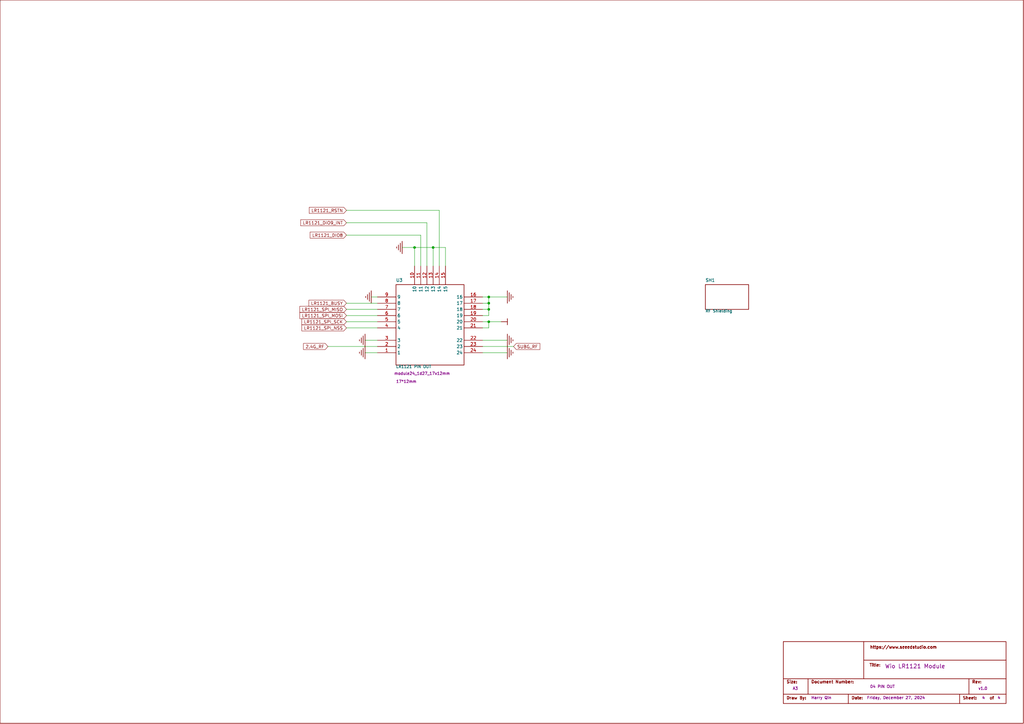
<source format=kicad_sch>
(kicad_sch
	(version 20250114)
	(generator "eeschema")
	(generator_version "9.0")
	(uuid "db2e1e07-bd57-4289-b2e8-b5403ce5968d")
	(paper "User" 420.37 297.18)
	(lib_symbols
		(symbol "ProPrj_Wio-easyedapro:GND_POWER"
			(power)
			(pin_numbers
				(hide yes)
			)
			(pin_names
				(hide yes)
			)
			(exclude_from_sim no)
			(in_bom yes)
			(on_board yes)
			(property "Reference" "#PWR"
				(at 0 0 0)
				(effects
					(font
						(size 1.27 1.27)
					)
					(hide yes)
				)
			)
			(property "Value" "GND_POWER"
				(at 0 0 0)
				(effects
					(font
						(size 1.27 1.27)
					)
					(justify left bottom)
					(hide yes)
				)
			)
			(property "Footprint" "ProPrj_Wio-easyedapro:"
				(at 0 0 0)
				(effects
					(font
						(size 1.27 1.27)
					)
					(hide yes)
				)
			)
			(property "Datasheet" ""
				(at 0 0 0)
				(effects
					(font
						(size 1.27 1.27)
					)
					(hide yes)
				)
			)
			(property "Description" ""
				(at 0 0 0)
				(effects
					(font
						(size 1.27 1.27)
					)
					(hide yes)
				)
			)
			(symbol "GND_POWER_1_0"
				(polyline
					(pts
						(xy -2.54 0) (xy 2.54 0)
					)
					(stroke
						(width 0.254)
						(type default)
					)
					(fill
						(type none)
					)
				)
				(polyline
					(pts
						(xy -1.778 -0.762) (xy 1.778 -0.762)
					)
					(stroke
						(width 0.254)
						(type default)
					)
					(fill
						(type none)
					)
				)
				(polyline
					(pts
						(xy -0.254 -2.286) (xy 0.254 -2.286)
					)
					(stroke
						(width 0.254)
						(type default)
					)
					(fill
						(type none)
					)
				)
				(polyline
					(pts
						(xy 1.016 -1.524) (xy -1.016 -1.524)
					)
					(stroke
						(width 0.254)
						(type default)
					)
					(fill
						(type none)
					)
				)
				(pin power_in line
					(at 0 0 0)
					(length 0)
					(name "GND_POWER"
						(effects
							(font
								(size 1.27 1.27)
							)
						)
					)
					(number "1"
						(effects
							(font
								(size 0 0)
							)
						)
					)
				)
			)
			(embedded_fonts no)
		)
		(symbol "ProPrj_Wio-easyedapro:Module_LORA_LR1121_PIN"
			(exclude_from_sim no)
			(in_bom yes)
			(on_board yes)
			(property "Reference" ""
				(at 0 0 0)
				(effects
					(font
						(size 1.27 1.27)
					)
				)
			)
			(property "Value" "LR1121 PIN OUT"
				(at 0 0 0)
				(effects
					(font
						(size 1.27 1.27)
					)
					(hide yes)
				)
			)
			(property "Footprint" "ProPrj_Wio-easyedapro:MODULE24_1D27_17X12MM"
				(at 0 0 0)
				(effects
					(font
						(size 1.27 1.27)
					)
					(hide yes)
				)
			)
			(property "Datasheet" ""
				(at 0 0 0)
				(effects
					(font
						(size 1.27 1.27)
					)
					(hide yes)
				)
			)
			(property "Description" ""
				(at 0 0 0)
				(effects
					(font
						(size 1.27 1.27)
					)
					(hide yes)
				)
			)
			(symbol "Module_LORA_LR1121_PIN_1_0"
				(rectangle
					(start 0 0)
					(end 27.94 -33.02)
					(stroke
						(width 0.254)
						(type default)
					)
					(fill
						(type none)
					)
				)
				(pin unspecified line
					(at -7.62 -5.08 0)
					(length 7.62)
					(name "9"
						(effects
							(font
								(size 1.27 1.27)
							)
						)
					)
					(number "9"
						(effects
							(font
								(size 1.27 1.27)
							)
						)
					)
				)
				(pin unspecified line
					(at -7.62 -7.62 0)
					(length 7.62)
					(name "8"
						(effects
							(font
								(size 1.27 1.27)
							)
						)
					)
					(number "8"
						(effects
							(font
								(size 1.27 1.27)
							)
						)
					)
				)
				(pin unspecified line
					(at -7.62 -10.16 0)
					(length 7.62)
					(name "7"
						(effects
							(font
								(size 1.27 1.27)
							)
						)
					)
					(number "7"
						(effects
							(font
								(size 1.27 1.27)
							)
						)
					)
				)
				(pin unspecified line
					(at -7.62 -12.7 0)
					(length 7.62)
					(name "6"
						(effects
							(font
								(size 1.27 1.27)
							)
						)
					)
					(number "6"
						(effects
							(font
								(size 1.27 1.27)
							)
						)
					)
				)
				(pin unspecified line
					(at -7.62 -15.24 0)
					(length 7.62)
					(name "5"
						(effects
							(font
								(size 1.27 1.27)
							)
						)
					)
					(number "5"
						(effects
							(font
								(size 1.27 1.27)
							)
						)
					)
				)
				(pin unspecified line
					(at -7.62 -17.78 0)
					(length 7.62)
					(name "4"
						(effects
							(font
								(size 1.27 1.27)
							)
						)
					)
					(number "4"
						(effects
							(font
								(size 1.27 1.27)
							)
						)
					)
				)
				(pin unspecified line
					(at -7.62 -22.86 0)
					(length 7.62)
					(name "3"
						(effects
							(font
								(size 1.27 1.27)
							)
						)
					)
					(number "3"
						(effects
							(font
								(size 1.27 1.27)
							)
						)
					)
				)
				(pin unspecified line
					(at -7.62 -25.4 0)
					(length 7.62)
					(name "2"
						(effects
							(font
								(size 1.27 1.27)
							)
						)
					)
					(number "2"
						(effects
							(font
								(size 1.27 1.27)
							)
						)
					)
				)
				(pin unspecified line
					(at -7.62 -27.94 0)
					(length 7.62)
					(name "1"
						(effects
							(font
								(size 1.27 1.27)
							)
						)
					)
					(number "1"
						(effects
							(font
								(size 1.27 1.27)
							)
						)
					)
				)
				(pin unspecified line
					(at 7.62 7.62 270)
					(length 7.62)
					(name "10"
						(effects
							(font
								(size 1.27 1.27)
							)
						)
					)
					(number "10"
						(effects
							(font
								(size 1.27 1.27)
							)
						)
					)
				)
				(pin unspecified line
					(at 10.16 7.62 270)
					(length 7.62)
					(name "11"
						(effects
							(font
								(size 1.27 1.27)
							)
						)
					)
					(number "11"
						(effects
							(font
								(size 1.27 1.27)
							)
						)
					)
				)
				(pin unspecified line
					(at 12.7 7.62 270)
					(length 7.62)
					(name "12"
						(effects
							(font
								(size 1.27 1.27)
							)
						)
					)
					(number "12"
						(effects
							(font
								(size 1.27 1.27)
							)
						)
					)
				)
				(pin unspecified line
					(at 15.24 7.62 270)
					(length 7.62)
					(name "13"
						(effects
							(font
								(size 1.27 1.27)
							)
						)
					)
					(number "13"
						(effects
							(font
								(size 1.27 1.27)
							)
						)
					)
				)
				(pin unspecified line
					(at 17.78 7.62 270)
					(length 7.62)
					(name "14"
						(effects
							(font
								(size 1.27 1.27)
							)
						)
					)
					(number "14"
						(effects
							(font
								(size 1.27 1.27)
							)
						)
					)
				)
				(pin unspecified line
					(at 20.32 7.62 270)
					(length 7.62)
					(name "15"
						(effects
							(font
								(size 1.27 1.27)
							)
						)
					)
					(number "15"
						(effects
							(font
								(size 1.27 1.27)
							)
						)
					)
				)
				(pin unspecified line
					(at 35.56 -5.08 180)
					(length 7.62)
					(name "16"
						(effects
							(font
								(size 1.27 1.27)
							)
						)
					)
					(number "16"
						(effects
							(font
								(size 1.27 1.27)
							)
						)
					)
				)
				(pin unspecified line
					(at 35.56 -7.62 180)
					(length 7.62)
					(name "17"
						(effects
							(font
								(size 1.27 1.27)
							)
						)
					)
					(number "17"
						(effects
							(font
								(size 1.27 1.27)
							)
						)
					)
				)
				(pin unspecified line
					(at 35.56 -10.16 180)
					(length 7.62)
					(name "18"
						(effects
							(font
								(size 1.27 1.27)
							)
						)
					)
					(number "18"
						(effects
							(font
								(size 1.27 1.27)
							)
						)
					)
				)
				(pin unspecified line
					(at 35.56 -12.7 180)
					(length 7.62)
					(name "19"
						(effects
							(font
								(size 1.27 1.27)
							)
						)
					)
					(number "19"
						(effects
							(font
								(size 1.27 1.27)
							)
						)
					)
				)
				(pin unspecified line
					(at 35.56 -15.24 180)
					(length 7.62)
					(name "20"
						(effects
							(font
								(size 1.27 1.27)
							)
						)
					)
					(number "20"
						(effects
							(font
								(size 1.27 1.27)
							)
						)
					)
				)
				(pin unspecified line
					(at 35.56 -17.78 180)
					(length 7.62)
					(name "21"
						(effects
							(font
								(size 1.27 1.27)
							)
						)
					)
					(number "21"
						(effects
							(font
								(size 1.27 1.27)
							)
						)
					)
				)
				(pin unspecified line
					(at 35.56 -22.86 180)
					(length 7.62)
					(name "22"
						(effects
							(font
								(size 1.27 1.27)
							)
						)
					)
					(number "22"
						(effects
							(font
								(size 1.27 1.27)
							)
						)
					)
				)
				(pin unspecified line
					(at 35.56 -25.4 180)
					(length 7.62)
					(name "23"
						(effects
							(font
								(size 1.27 1.27)
							)
						)
					)
					(number "23"
						(effects
							(font
								(size 1.27 1.27)
							)
						)
					)
				)
				(pin unspecified line
					(at 35.56 -27.94 180)
					(length 7.62)
					(name "24"
						(effects
							(font
								(size 1.27 1.27)
							)
						)
					)
					(number "24"
						(effects
							(font
								(size 1.27 1.27)
							)
						)
					)
				)
			)
			(embedded_fonts no)
		)
		(symbol "ProPrj_Wio-easyedapro:PCB"
			(exclude_from_sim no)
			(in_bom yes)
			(on_board yes)
			(property "Reference" ""
				(at 0 0 0)
				(effects
					(font
						(size 1.27 1.27)
					)
				)
			)
			(property "Value" "RF Shielding"
				(at 0 0 0)
				(effects
					(font
						(size 1.27 1.27)
					)
					(hide yes)
				)
			)
			(property "Footprint" "ProPrj_Wio-easyedapro:"
				(at 0 0 0)
				(effects
					(font
						(size 1.27 1.27)
					)
					(hide yes)
				)
			)
			(property "Datasheet" ""
				(at 0 0 0)
				(effects
					(font
						(size 1.27 1.27)
					)
					(hide yes)
				)
			)
			(property "Description" ""
				(at 0 0 0)
				(effects
					(font
						(size 1.27 1.27)
					)
					(hide yes)
				)
			)
			(symbol "PCB_1_0"
				(rectangle
					(start 0 0)
					(end 17.78 -10.16)
					(stroke
						(width 0.254)
						(type default)
					)
					(fill
						(type none)
					)
				)
			)
			(embedded_fonts no)
		)
		(symbol "ProPrj_Wio-easyedapro:VDD_RF"
			(power)
			(pin_numbers
				(hide yes)
			)
			(pin_names
				(hide yes)
			)
			(exclude_from_sim no)
			(in_bom yes)
			(on_board yes)
			(property "Reference" "#PWR"
				(at 0 0 0)
				(effects
					(font
						(size 1.27 1.27)
					)
					(hide yes)
				)
			)
			(property "Value" "VDD_RF"
				(at 0 0 0)
				(effects
					(font
						(size 1.27 1.27)
					)
					(justify left bottom)
					(hide yes)
				)
			)
			(property "Footprint" "ProPrj_Wio-easyedapro:"
				(at 0 0 0)
				(effects
					(font
						(size 1.27 1.27)
					)
					(hide yes)
				)
			)
			(property "Datasheet" ""
				(at 0 0 0)
				(effects
					(font
						(size 1.27 1.27)
					)
					(hide yes)
				)
			)
			(property "Description" ""
				(at 0 0 0)
				(effects
					(font
						(size 1.27 1.27)
					)
					(hide yes)
				)
			)
			(symbol "VDD_RF_1_0"
				(polyline
					(pts
						(xy -1.27 2.54) (xy 1.27 2.54)
					)
					(stroke
						(width 0.254)
						(type default)
					)
					(fill
						(type none)
					)
				)
				(polyline
					(pts
						(xy 0 2.54) (xy 0 0)
					)
					(stroke
						(width 0.254)
						(type default)
					)
					(fill
						(type none)
					)
				)
				(pin power_in line
					(at 0 0 0)
					(length 0)
					(name "VDD_RF"
						(effects
							(font
								(size 1.27 1.27)
							)
						)
					)
					(number "1"
						(effects
							(font
								(size 0 0)
							)
						)
					)
				)
			)
			(embedded_fonts no)
		)
		(symbol "ProPrj_Wio-easyedapro:pageTemplate_A3_1654x1169"
			(exclude_from_sim no)
			(in_bom yes)
			(on_board yes)
			(property "Reference" ""
				(at 0 0 0)
				(effects
					(font
						(size 1.27 1.27)
					)
				)
			)
			(property "Value" ""
				(at 0 0 0)
				(effects
					(font
						(size 1.27 1.27)
					)
				)
			)
			(property "Footprint" "ProPrj_Wio-easyedapro:"
				(at 0 0 0)
				(effects
					(font
						(size 1.27 1.27)
					)
					(hide yes)
				)
			)
			(property "Datasheet" ""
				(at 0 0 0)
				(effects
					(font
						(size 1.27 1.27)
					)
					(hide yes)
				)
			)
			(property "Description" ""
				(at 0 0 0)
				(effects
					(font
						(size 1.27 1.27)
					)
					(hide yes)
				)
			)
			(symbol "pageTemplate_A3_1654x1169_1_0"
				(rectangle
					(start 0 0)
					(end 420.116 -296.926)
					(stroke
						(width 0.254)
						(type default)
					)
					(fill
						(type none)
					)
				)
				(rectangle
					(start 321.564 -263.398)
					(end 413.004 -288.798)
					(stroke
						(width 0.254)
						(type default)
					)
					(fill
						(type none)
					)
				)
				(polyline
					(pts
						(xy 321.564 -278.638) (xy 413.004 -278.638)
					)
					(stroke
						(width 0.254)
						(type default)
					)
					(fill
						(type none)
					)
				)
				(polyline
					(pts
						(xy 331.724 -278.638) (xy 331.724 -284.988)
					)
					(stroke
						(width 0.254)
						(type default)
					)
					(fill
						(type none)
					)
				)
				(polyline
					(pts
						(xy 348.234 -284.988) (xy 348.234 -288.798)
					)
					(stroke
						(width 0.254)
						(type default)
					)
					(fill
						(type none)
					)
				)
				(polyline
					(pts
						(xy 354.584 -271.018) (xy 413.004 -271.018)
					)
					(stroke
						(width 0.254)
						(type default)
					)
					(fill
						(type none)
					)
				)
				(polyline
					(pts
						(xy 354.584 -278.638) (xy 354.584 -263.398)
					)
					(stroke
						(width 0.254)
						(type default)
					)
					(fill
						(type none)
					)
				)
				(polyline
					(pts
						(xy 393.954 -284.988) (xy 393.954 -288.798)
					)
					(stroke
						(width 0.254)
						(type default)
					)
					(fill
						(type none)
					)
				)
				(polyline
					(pts
						(xy 397.764 -278.638) (xy 397.764 -284.988)
					)
					(stroke
						(width 0.254)
						(type default)
					)
					(fill
						(type none)
					)
				)
				(polyline
					(pts
						(xy 413.004 -284.988) (xy 321.564 -284.988)
					)
					(stroke
						(width 0.254)
						(type default)
					)
					(fill
						(type none)
					)
				)
				(text "Size:"
					(at 322.834 -279.146 0)
					(effects
						(font
							(size 1.2192 1.2192)
						)
						(justify left top)
					)
				)
				(text "Size:"
					(at 322.834 -279.146 0)
					(effects
						(font
							(size 1.2192 1.2192)
						)
						(justify left top)
					)
				)
				(text "Size:"
					(at 322.834 -279.146 0)
					(effects
						(font
							(size 1.2192 1.2192)
						)
						(justify left top)
					)
				)
				(text "Size:"
					(at 322.834 -279.146 0)
					(effects
						(font
							(size 1.2192 1.2192)
						)
						(justify left top)
					)
				)
				(text "Draw By:"
					(at 322.834 -285.75 0)
					(effects
						(font
							(size 1.2192 1.2192)
						)
						(justify left top)
					)
				)
				(text "Draw By:"
					(at 322.834 -285.75 0)
					(effects
						(font
							(size 1.2192 1.2192)
						)
						(justify left top)
					)
				)
				(text "Draw By:"
					(at 322.834 -285.75 0)
					(effects
						(font
							(size 1.2192 1.2192)
						)
						(justify left top)
					)
				)
				(text "Draw By:"
					(at 322.834 -285.75 0)
					(effects
						(font
							(size 1.2192 1.2192)
						)
						(justify left top)
					)
				)
				(text "Document Number:"
					(at 332.994 -279.146 0)
					(effects
						(font
							(size 1.2192 1.2192)
						)
						(justify left top)
					)
				)
				(text "Document Number:"
					(at 332.994 -279.146 0)
					(effects
						(font
							(size 1.2192 1.2192)
						)
						(justify left top)
					)
				)
				(text "Document Number:"
					(at 332.994 -279.146 0)
					(effects
						(font
							(size 1.2192 1.2192)
						)
						(justify left top)
					)
				)
				(text "Document Number:"
					(at 332.994 -279.146 0)
					(effects
						(font
							(size 1.2192 1.2192)
						)
						(justify left top)
					)
				)
				(text "Date:"
					(at 349.504 -285.75 0)
					(effects
						(font
							(size 1.2192 1.2192)
						)
						(justify left top)
					)
				)
				(text "Date:"
					(at 349.504 -285.75 0)
					(effects
						(font
							(size 1.2192 1.2192)
						)
						(justify left top)
					)
				)
				(text "Date:"
					(at 349.504 -285.75 0)
					(effects
						(font
							(size 1.2192 1.2192)
						)
						(justify left top)
					)
				)
				(text "Date:"
					(at 349.504 -285.75 0)
					(effects
						(font
							(size 1.2192 1.2192)
						)
						(justify left top)
					)
				)
				(text "Title:"
					(at 356.87 -272.288 0)
					(effects
						(font
							(size 1.2192 1.2192)
						)
						(justify left top)
					)
				)
				(text "Title:"
					(at 356.87 -272.288 0)
					(effects
						(font
							(size 1.2192 1.2192)
						)
						(justify left top)
					)
				)
				(text "Title:"
					(at 356.87 -272.288 0)
					(effects
						(font
							(size 1.2192 1.2192)
						)
						(justify left top)
					)
				)
				(text "Title:"
					(at 356.87 -272.288 0)
					(effects
						(font
							(size 1.2192 1.2192)
						)
						(justify left top)
					)
				)
				(text "https://www.seeedstudio.com"
					(at 357.124 -264.922 0)
					(effects
						(font
							(size 1.2192 1.2192)
						)
						(justify left top)
					)
				)
				(text "https://www.seeedstudio.com"
					(at 357.124 -264.922 0)
					(effects
						(font
							(size 1.2192 1.2192)
						)
						(justify left top)
					)
				)
				(text "https://www.seeedstudio.com"
					(at 357.124 -264.922 0)
					(effects
						(font
							(size 1.2192 1.2192)
						)
						(justify left top)
					)
				)
				(text "https://www.seeedstudio.com"
					(at 357.124 -264.922 0)
					(effects
						(font
							(size 1.2192 1.2192)
						)
						(justify left top)
					)
				)
				(text "Sheet:"
					(at 395.224 -285.75 0)
					(effects
						(font
							(size 1.2192 1.2192)
						)
						(justify left top)
					)
				)
				(text "Sheet:"
					(at 395.224 -285.75 0)
					(effects
						(font
							(size 1.2192 1.2192)
						)
						(justify left top)
					)
				)
				(text "Sheet:"
					(at 395.224 -285.75 0)
					(effects
						(font
							(size 1.2192 1.2192)
						)
						(justify left top)
					)
				)
				(text "Sheet:"
					(at 395.224 -285.75 0)
					(effects
						(font
							(size 1.2192 1.2192)
						)
						(justify left top)
					)
				)
				(text "Rev:"
					(at 399.034 -279.146 0)
					(effects
						(font
							(size 1.2192 1.2192)
						)
						(justify left top)
					)
				)
				(text "Rev:"
					(at 399.034 -279.146 0)
					(effects
						(font
							(size 1.2192 1.2192)
						)
						(justify left top)
					)
				)
				(text "Rev:"
					(at 399.034 -279.146 0)
					(effects
						(font
							(size 1.2192 1.2192)
						)
						(justify left top)
					)
				)
				(text "Rev:"
					(at 399.034 -279.146 0)
					(effects
						(font
							(size 1.2192 1.2192)
						)
						(justify left top)
					)
				)
				(text "of"
					(at 406.146 -285.75 0)
					(effects
						(font
							(size 1.2192 1.2192)
						)
						(justify left top)
					)
				)
				(text "of"
					(at 406.146 -285.75 0)
					(effects
						(font
							(size 1.2192 1.2192)
						)
						(justify left top)
					)
				)
				(text "of"
					(at 406.146 -285.75 0)
					(effects
						(font
							(size 1.2192 1.2192)
						)
						(justify left top)
					)
				)
				(text "of"
					(at 406.146 -285.75 0)
					(effects
						(font
							(size 1.2192 1.2192)
						)
						(justify left top)
					)
				)
			)
			(embedded_fonts no)
		)
	)
	(junction
		(at 200.66 121.92)
		(diameter 0)
		(color 0 0 0 0)
		(uuid "1b64e12c-ac65-4439-8f6c-23d16f8b8ded")
	)
	(junction
		(at 200.66 124.46)
		(diameter 0)
		(color 0 0 0 0)
		(uuid "2d60b79e-10e2-4aed-8f5d-a14e0521ebcf")
	)
	(junction
		(at 200.66 132.08)
		(diameter 0)
		(color 0 0 0 0)
		(uuid "33e86f21-2243-4471-909e-eaf58de37f55")
	)
	(junction
		(at 177.8 101.6)
		(diameter 0)
		(color 0 0 0 0)
		(uuid "4efaf7b3-d08d-4e22-b92c-178644ae706d")
	)
	(junction
		(at 200.66 127)
		(diameter 0)
		(color 0 0 0 0)
		(uuid "739c19e2-c4aa-4d74-be9d-74a807ecb9e7")
	)
	(junction
		(at 170.18 101.6)
		(diameter 0)
		(color 0 0 0 0)
		(uuid "fd78c132-503f-4e0c-8836-402b73135dce")
	)
	(wire
		(pts
			(xy 200.66 127) (xy 198.12 127)
		)
		(stroke
			(width 0)
			(type default)
		)
		(uuid "00aae95d-91d3-480e-9541-e8c440d8b550")
	)
	(wire
		(pts
			(xy 198.12 134.62) (xy 200.66 134.62)
		)
		(stroke
			(width 0)
			(type default)
		)
		(uuid "015eb9df-64a4-4383-9342-010718afff84")
	)
	(wire
		(pts
			(xy 154.94 144.78) (xy 149.86 144.78)
		)
		(stroke
			(width 0)
			(type default)
		)
		(uuid "038dec43-692f-4808-81d3-564ffe09e1a6")
	)
	(wire
		(pts
			(xy 200.66 124.46) (xy 200.66 121.92)
		)
		(stroke
			(width 0)
			(type default)
		)
		(uuid "080b0035-5415-486c-bf1d-73f96822ac11")
	)
	(wire
		(pts
			(xy 182.88 109.22) (xy 182.88 101.6)
		)
		(stroke
			(width 0)
			(type default)
		)
		(uuid "1289a1d9-e8fb-4f36-82cb-85da539a92dd")
	)
	(wire
		(pts
			(xy 208.28 121.92) (xy 200.66 121.92)
		)
		(stroke
			(width 0)
			(type default)
		)
		(uuid "13fb5712-32ae-4aa2-a3c7-8e2b3a6a71db")
	)
	(wire
		(pts
			(xy 182.88 101.6) (xy 177.8 101.6)
		)
		(stroke
			(width 0)
			(type default)
		)
		(uuid "1da477b1-c5db-49b9-8f4f-a32fc09c2a36")
	)
	(wire
		(pts
			(xy 154.94 129.54) (xy 142.24 129.54)
		)
		(stroke
			(width 0)
			(type default)
		)
		(uuid "1ec945c2-8155-4c7a-b48b-084cdf5d8772")
	)
	(wire
		(pts
			(xy 205.74 132.08) (xy 200.66 132.08)
		)
		(stroke
			(width 0)
			(type default)
		)
		(uuid "29506416-0668-4025-8c78-202fafb07361")
	)
	(wire
		(pts
			(xy 180.34 109.22) (xy 180.34 86.36)
		)
		(stroke
			(width 0)
			(type default)
		)
		(uuid "3070e37a-2457-4a82-aa85-1e95c0da1e06")
	)
	(wire
		(pts
			(xy 154.94 139.7) (xy 149.86 139.7)
		)
		(stroke
			(width 0)
			(type default)
		)
		(uuid "32a18154-a2db-4a45-9533-d25c4712a6a2")
	)
	(wire
		(pts
			(xy 200.66 132.08) (xy 198.12 132.08)
		)
		(stroke
			(width 0)
			(type default)
		)
		(uuid "62a40b67-cb7a-49a5-8efe-baa4acb74243")
	)
	(wire
		(pts
			(xy 175.26 91.44) (xy 142.24 91.44)
		)
		(stroke
			(width 0)
			(type default)
		)
		(uuid "66b6d997-33f5-4b77-927d-75b98e6cbd00")
	)
	(wire
		(pts
			(xy 200.66 129.54) (xy 200.66 127)
		)
		(stroke
			(width 0)
			(type default)
		)
		(uuid "6a0fc573-2b53-4203-8bd4-99f0a0a7cac1")
	)
	(wire
		(pts
			(xy 200.66 124.46) (xy 198.12 124.46)
		)
		(stroke
			(width 0)
			(type default)
		)
		(uuid "6e6032f4-1292-4b98-93ef-be1ed9e6a4e7")
	)
	(wire
		(pts
			(xy 154.94 121.92) (xy 152.4 121.92)
		)
		(stroke
			(width 0)
			(type default)
		)
		(uuid "70ccb3b9-f745-4b6f-a89a-875c5991492b")
	)
	(wire
		(pts
			(xy 180.34 86.36) (xy 142.24 86.36)
		)
		(stroke
			(width 0)
			(type default)
		)
		(uuid "70df502f-12d1-4ab2-8c13-9594120d6328")
	)
	(wire
		(pts
			(xy 198.12 129.54) (xy 200.66 129.54)
		)
		(stroke
			(width 0)
			(type default)
		)
		(uuid "750f8f8e-69a2-4860-b2bf-f961a094f303")
	)
	(wire
		(pts
			(xy 177.8 109.22) (xy 177.8 101.6)
		)
		(stroke
			(width 0)
			(type default)
		)
		(uuid "7a3166d9-c26a-4735-ab10-03c25f78d5f7")
	)
	(wire
		(pts
			(xy 210.82 142.24) (xy 198.12 142.24)
		)
		(stroke
			(width 0)
			(type default)
		)
		(uuid "7a3b20da-0c44-42cb-b771-044a084d9420")
	)
	(wire
		(pts
			(xy 154.94 124.46) (xy 142.24 124.46)
		)
		(stroke
			(width 0)
			(type default)
		)
		(uuid "7afb7070-530c-439f-9d5c-e1fa9f8e59ca")
	)
	(wire
		(pts
			(xy 154.94 132.08) (xy 142.24 132.08)
		)
		(stroke
			(width 0)
			(type default)
		)
		(uuid "7cc76449-7ea2-440e-9121-d5d8772dc9d0")
	)
	(wire
		(pts
			(xy 172.72 109.22) (xy 172.72 96.52)
		)
		(stroke
			(width 0)
			(type default)
		)
		(uuid "86867d45-b28f-4577-81a3-2d530755f16f")
	)
	(wire
		(pts
			(xy 170.18 109.22) (xy 170.18 101.6)
		)
		(stroke
			(width 0)
			(type default)
		)
		(uuid "89fa9dcf-bb7f-4524-ae60-4684a1706fbd")
	)
	(wire
		(pts
			(xy 200.66 127) (xy 200.66 124.46)
		)
		(stroke
			(width 0)
			(type default)
		)
		(uuid "923990aa-5663-4e43-8375-521e2afd9f0e")
	)
	(wire
		(pts
			(xy 177.8 101.6) (xy 170.18 101.6)
		)
		(stroke
			(width 0)
			(type default)
		)
		(uuid "b4458220-ebc3-4d2d-b19e-9468f714b133")
	)
	(wire
		(pts
			(xy 200.66 121.92) (xy 198.12 121.92)
		)
		(stroke
			(width 0)
			(type default)
		)
		(uuid "bb6c154a-35b4-4d98-ace9-fa90fa337d86")
	)
	(wire
		(pts
			(xy 172.72 96.52) (xy 142.24 96.52)
		)
		(stroke
			(width 0)
			(type default)
		)
		(uuid "bf139b6d-5405-4804-aad0-044b5bb57f4e")
	)
	(wire
		(pts
			(xy 208.28 144.78) (xy 198.12 144.78)
		)
		(stroke
			(width 0)
			(type default)
		)
		(uuid "d701642d-7d0e-471b-8477-32cd54557a9f")
	)
	(wire
		(pts
			(xy 170.18 101.6) (xy 165.1 101.6)
		)
		(stroke
			(width 0)
			(type default)
		)
		(uuid "d92d72f5-f23e-4815-a3c5-f4b4422123be")
	)
	(wire
		(pts
			(xy 154.94 142.24) (xy 134.62 142.24)
		)
		(stroke
			(width 0)
			(type default)
		)
		(uuid "d9cf2220-c8a4-466e-aa59-876dad42c80e")
	)
	(wire
		(pts
			(xy 154.94 127) (xy 142.24 127)
		)
		(stroke
			(width 0)
			(type default)
		)
		(uuid "dc0e4060-f3ed-4d11-82a4-6fb8d81dd4d8")
	)
	(wire
		(pts
			(xy 200.66 134.62) (xy 200.66 132.08)
		)
		(stroke
			(width 0)
			(type default)
		)
		(uuid "e6975d1a-c474-427d-8abc-026ae1911eae")
	)
	(wire
		(pts
			(xy 175.26 109.22) (xy 175.26 91.44)
		)
		(stroke
			(width 0)
			(type default)
		)
		(uuid "f6fbb25c-d7dd-4969-b173-07e344b89805")
	)
	(wire
		(pts
			(xy 154.94 134.62) (xy 142.24 134.62)
		)
		(stroke
			(width 0)
			(type default)
		)
		(uuid "f8f290e7-36f4-46b1-8de6-d6e0b84ade48")
	)
	(wire
		(pts
			(xy 198.12 139.7) (xy 208.28 139.7)
		)
		(stroke
			(width 0)
			(type default)
		)
		(uuid "fbfaae58-011b-4b5e-8394-1198bced4edd")
	)
	(global_label "LR1121_SPI_MISO"
		(shape input)
		(at 142.24 127 180)
		(effects
			(font
				(size 1.27 1.27)
			)
			(justify right)
		)
		(uuid "270e8be5-a017-4851-ad7d-2c65a6e144e3")
		(property "Intersheetrefs" "${INTERSHEET_REFS}"
			(at 142.24 127 0)
			(effects
				(font
					(size 1.27 1.27)
				)
				(hide yes)
			)
		)
	)
	(global_label "LR1121_RSTN"
		(shape input)
		(at 142.24 86.36 180)
		(effects
			(font
				(size 1.27 1.27)
			)
			(justify right)
		)
		(uuid "38f7b580-766b-4805-8dcc-8b022c09209d")
		(property "Intersheetrefs" "${INTERSHEET_REFS}"
			(at 142.24 86.36 0)
			(effects
				(font
					(size 1.27 1.27)
				)
				(hide yes)
			)
		)
	)
	(global_label "SUBG_RF"
		(shape input)
		(at 210.82 142.24 0)
		(effects
			(font
				(size 1.27 1.27)
			)
			(justify left)
		)
		(uuid "3c4d9609-b4cf-49cf-a8dd-be558da1bb80")
		(property "Intersheetrefs" "${INTERSHEET_REFS}"
			(at 210.82 142.24 0)
			(effects
				(font
					(size 1.27 1.27)
				)
				(hide yes)
			)
		)
	)
	(global_label "2.4G_RF"
		(shape input)
		(at 134.62 142.24 180)
		(effects
			(font
				(size 1.27 1.27)
			)
			(justify right)
		)
		(uuid "62150e12-09c7-46c6-b50c-393af7af4d24")
		(property "Intersheetrefs" "${INTERSHEET_REFS}"
			(at 134.62 142.24 0)
			(effects
				(font
					(size 1.27 1.27)
				)
				(hide yes)
			)
		)
	)
	(global_label "LR1121_DIO9_INT"
		(shape input)
		(at 142.24 91.44 180)
		(effects
			(font
				(size 1.27 1.27)
			)
			(justify right)
		)
		(uuid "7d13bcba-68da-43ac-9f0e-27ac0041f764")
		(property "Intersheetrefs" "${INTERSHEET_REFS}"
			(at 142.24 91.44 0)
			(effects
				(font
					(size 1.27 1.27)
				)
				(hide yes)
			)
		)
	)
	(global_label "LR1121_SPI_NSS"
		(shape input)
		(at 142.24 134.62 180)
		(effects
			(font
				(size 1.27 1.27)
			)
			(justify right)
		)
		(uuid "a4be62a2-a813-42d7-ad75-e0d980fdd115")
		(property "Intersheetrefs" "${INTERSHEET_REFS}"
			(at 142.24 134.62 0)
			(effects
				(font
					(size 1.27 1.27)
				)
				(hide yes)
			)
		)
	)
	(global_label "LR1121_SPI_SCK"
		(shape input)
		(at 142.24 132.08 180)
		(effects
			(font
				(size 1.27 1.27)
			)
			(justify right)
		)
		(uuid "b6e7d1bd-ac82-431d-8879-d09471be684a")
		(property "Intersheetrefs" "${INTERSHEET_REFS}"
			(at 142.24 132.08 0)
			(effects
				(font
					(size 1.27 1.27)
				)
				(hide yes)
			)
		)
	)
	(global_label "LR1121_BUSY"
		(shape input)
		(at 142.24 124.46 180)
		(effects
			(font
				(size 1.27 1.27)
			)
			(justify right)
		)
		(uuid "c1c3fb3c-af25-422d-9125-cae90672a23e")
		(property "Intersheetrefs" "${INTERSHEET_REFS}"
			(at 142.24 124.46 0)
			(effects
				(font
					(size 1.27 1.27)
				)
				(hide yes)
			)
		)
	)
	(global_label "LR1121_SPI_MOSI"
		(shape input)
		(at 142.24 129.54 180)
		(effects
			(font
				(size 1.27 1.27)
			)
			(justify right)
		)
		(uuid "c6da2375-57f6-46af-b955-323527d340f5")
		(property "Intersheetrefs" "${INTERSHEET_REFS}"
			(at 142.24 129.54 0)
			(effects
				(font
					(size 1.27 1.27)
				)
				(hide yes)
			)
		)
	)
	(global_label "LR1121_DIO8"
		(shape input)
		(at 142.24 96.52 180)
		(effects
			(font
				(size 1.27 1.27)
			)
			(justify right)
		)
		(uuid "e2a733ce-d11b-42f2-8476-ac450a28de28")
		(property "Intersheetrefs" "${INTERSHEET_REFS}"
			(at 142.24 96.52 0)
			(effects
				(font
					(size 1.27 1.27)
				)
				(hide yes)
			)
		)
	)
	(symbol
		(lib_id "ProPrj_Wio-easyedapro:Module_LORA_LR1121_PIN")
		(at 162.56 116.84 0)
		(unit 1)
		(exclude_from_sim no)
		(in_bom yes)
		(on_board yes)
		(dnp no)
		(uuid "2c0134d5-de17-41aa-a781-ed1837ac20a1")
		(property "Reference" "U3"
			(at 162.56 114.3 0)
			(effects
				(font
					(size 1.27 1.27)
				)
				(justify left top)
			)
		)
		(property "Value" "LR1121 PIN OUT"
			(at 162.56 149.86 0)
			(effects
				(font
					(size 1.143 1.143)
				)
				(justify left top)
			)
		)
		(property "Footprint" "ProPrj_Wio-easyedapro:MODULE24_1D27_17X12MM"
			(at 162.56 116.84 0)
			(effects
				(font
					(size 1.27 1.27)
				)
				(hide yes)
			)
		)
		(property "Datasheet" ""
			(at 162.56 116.84 0)
			(effects
				(font
					(size 1.27 1.27)
				)
				(hide yes)
			)
		)
		(property "Description" "SMD Lora Module;"
			(at 162.56 116.84 0)
			(effects
				(font
					(size 0.8382 0.8382)
				)
				(justify left bottom)
				(hide yes)
			)
		)
		(property "Implementation Type" "<none>"
			(at 162.56 116.84 0)
			(effects
				(font
					(size 0.8382 0.8382)
				)
				(justify left bottom)
				(hide yes)
			)
		)
		(property "Origin Footprint" "module24_1d27_17x12mm"
			(at 161.798 152.654 0)
			(effects
				(font
					(size 1.27 1.27)
				)
				(justify left top)
				(hide yes)
			)
		)
		(property "PCB Footprint" "module24_1d27_17x12mm"
			(at 161.798 152.654 0)
			(effects
				(font
					(size 1.143 1.143)
				)
				(justify left top)
			)
		)
		(property "PN" "TMP-881"
			(at 162.56 116.84 0)
			(effects
				(font
					(size 0.8382 0.8382)
				)
				(justify left bottom)
				(hide yes)
			)
		)
		(property "Package Size" "17*12mm"
			(at 162.56 155.956 0)
			(effects
				(font
					(size 1.143 1.143)
				)
				(justify left top)
			)
		)
		(property "Power Pins Visible" "False"
			(at 162.56 116.84 0)
			(effects
				(font
					(size 0.8382 0.8382)
				)
				(justify left bottom)
				(hide yes)
			)
		)
		(property "Primitive" "DEFAULT"
			(at 162.56 116.84 0)
			(effects
				(font
					(size 0.8382 0.8382)
				)
				(justify left bottom)
				(hide yes)
			)
		)
		(property "Source Package" "Module_LORA_LR1121_PIN"
			(at 162.56 116.84 0)
			(effects
				(font
					(size 0.8382 0.8382)
				)
				(justify left bottom)
				(hide yes)
			)
		)
		(property "Status" "LR1121 Module"
			(at 162.56 116.84 0)
			(effects
				(font
					(size 0.8382 0.8382)
				)
				(justify left bottom)
				(hide yes)
			)
		)
		(property "Temperature" "-40°C to 85°C"
			(at 162.56 116.84 0)
			(effects
				(font
					(size 0.8382 0.8382)
				)
				(justify left bottom)
				(hide yes)
			)
		)
		(pin "24"
			(uuid "f9077759-201e-46ff-a85f-31d6fc7bd216")
		)
		(pin "23"
			(uuid "1fd962b7-b47d-45f1-84e7-7f909e2ff0d1")
		)
		(pin "22"
			(uuid "741fa6a8-4218-4d76-954e-7b7daadecce6")
		)
		(pin "4"
			(uuid "b07a93a2-ea98-49ed-af98-043dfdfd8084")
		)
		(pin "1"
			(uuid "bde64f56-7ace-4b5e-bd50-c1b3d3ab2452")
		)
		(pin "11"
			(uuid "e8e97b16-105f-40c1-8ee8-b8798862a6b8")
		)
		(pin "13"
			(uuid "c3a0d806-b95f-4163-9089-e29a9ce12ee4")
		)
		(pin "18"
			(uuid "66344b41-7067-4b8f-929a-342db9305263")
		)
		(pin "21"
			(uuid "66b32722-ed60-4930-92b4-df78e838845f")
		)
		(pin "8"
			(uuid "1c4cee6e-b488-435a-a6bb-80718d9cb7a5")
		)
		(pin "6"
			(uuid "6c79d1d6-4700-47ad-91c3-200ae4de713d")
		)
		(pin "16"
			(uuid "fbfed318-ac41-4768-98b3-374d2c8d56ba")
		)
		(pin "14"
			(uuid "644dca92-c0ca-4fe8-b3ba-3f5a98c79368")
		)
		(pin "9"
			(uuid "9c6da9dc-0004-41fa-be75-8ec5119bc723")
		)
		(pin "2"
			(uuid "a50eb0d9-ca5c-4a24-ae10-dfe1572e87f3")
		)
		(pin "15"
			(uuid "01272997-6fb0-4a7e-9125-bde8f933a875")
		)
		(pin "17"
			(uuid "859a6ebd-17dc-495b-bf1b-91145978769e")
		)
		(pin "19"
			(uuid "e3861bb7-d8c8-41bf-82b6-ff1844d442b7")
		)
		(pin "12"
			(uuid "1f204cd1-3cba-40f4-ae7f-173624035a2a")
		)
		(pin "20"
			(uuid "b03c0b2b-bb33-42bd-a8ff-7ae8706426e0")
		)
		(pin "7"
			(uuid "9f423283-7440-4025-a3d7-ca19734cf79a")
		)
		(pin "3"
			(uuid "87a1e747-faed-4571-98ca-a49d6e77750a")
		)
		(pin "10"
			(uuid "2ff07d9a-0593-4bc2-ab81-ebc973358226")
		)
		(pin "5"
			(uuid "b6dc76e1-5deb-486b-aed6-4c1526bf6007")
		)
		(instances
			(project ""
				(path "/aec1c255-9330-4c8b-9391-79ab531f92ea/f0c4160b-c832-4c21-9bcd-419556e81e53"
					(reference "U3")
					(unit 1)
				)
			)
		)
	)
	(symbol
		(lib_id "ProPrj_Wio-easyedapro:GND_POWER")
		(at 208.28 139.7 90)
		(unit 1)
		(exclude_from_sim no)
		(in_bom yes)
		(on_board yes)
		(dnp no)
		(uuid "4d363d8e-d20d-4244-9c48-64b4f5bc6e19")
		(property "Reference" "#PWR?"
			(at 208.28 139.7 0)
			(effects
				(font
					(size 1.27 1.27)
				)
				(hide yes)
			)
		)
		(property "Value" "GND_POWER"
			(at 208.28 142.24 90)
			(effects
				(font
					(size 1.27 1.27)
				)
				(justify right top)
				(hide yes)
			)
		)
		(property "Footprint" "ProPrj_Wio-easyedapro:"
			(at 208.28 139.7 0)
			(effects
				(font
					(size 1.27 1.27)
				)
				(hide yes)
			)
		)
		(property "Datasheet" ""
			(at 208.28 139.7 0)
			(effects
				(font
					(size 1.27 1.27)
				)
				(hide yes)
			)
		)
		(property "Description" ""
			(at 208.28 139.7 0)
			(effects
				(font
					(size 1.27 1.27)
				)
				(hide yes)
			)
		)
		(pin "1"
			(uuid "40290a3d-f811-46df-8183-8ac95a384873")
		)
		(instances
			(project ""
				(path "/aec1c255-9330-4c8b-9391-79ab531f92ea/f0c4160b-c832-4c21-9bcd-419556e81e53"
					(reference "#PWR?")
					(unit 1)
				)
			)
		)
	)
	(symbol
		(lib_id "ProPrj_Wio-easyedapro:GND_POWER")
		(at 152.4 121.92 270)
		(unit 1)
		(exclude_from_sim no)
		(in_bom yes)
		(on_board yes)
		(dnp no)
		(uuid "4dac3242-fb7b-4694-a2bd-0cec5b8baa8c")
		(property "Reference" "#PWR?"
			(at 152.4 121.92 0)
			(effects
				(font
					(size 1.27 1.27)
				)
				(hide yes)
			)
		)
		(property "Value" "GND_POWER"
			(at 152.4 119.38 90)
			(effects
				(font
					(size 1.27 1.27)
				)
				(justify left bottom)
				(hide yes)
			)
		)
		(property "Footprint" "ProPrj_Wio-easyedapro:"
			(at 152.4 121.92 0)
			(effects
				(font
					(size 1.27 1.27)
				)
				(hide yes)
			)
		)
		(property "Datasheet" ""
			(at 152.4 121.92 0)
			(effects
				(font
					(size 1.27 1.27)
				)
				(hide yes)
			)
		)
		(property "Description" ""
			(at 152.4 121.92 0)
			(effects
				(font
					(size 1.27 1.27)
				)
				(hide yes)
			)
		)
		(pin "1"
			(uuid "5d927543-bb38-4331-9605-43e07704ad05")
		)
		(instances
			(project ""
				(path "/aec1c255-9330-4c8b-9391-79ab531f92ea/f0c4160b-c832-4c21-9bcd-419556e81e53"
					(reference "#PWR?")
					(unit 1)
				)
			)
		)
	)
	(symbol
		(lib_id "ProPrj_Wio-easyedapro:GND_POWER")
		(at 149.86 144.78 270)
		(unit 1)
		(exclude_from_sim no)
		(in_bom yes)
		(on_board yes)
		(dnp no)
		(uuid "6d30996a-5acc-492d-9867-e90fb4f26d4d")
		(property "Reference" "#PWR?"
			(at 149.86 144.78 0)
			(effects
				(font
					(size 1.27 1.27)
				)
				(hide yes)
			)
		)
		(property "Value" "GND_POWER"
			(at 149.86 142.24 90)
			(effects
				(font
					(size 1.27 1.27)
				)
				(justify left bottom)
				(hide yes)
			)
		)
		(property "Footprint" "ProPrj_Wio-easyedapro:"
			(at 149.86 144.78 0)
			(effects
				(font
					(size 1.27 1.27)
				)
				(hide yes)
			)
		)
		(property "Datasheet" ""
			(at 149.86 144.78 0)
			(effects
				(font
					(size 1.27 1.27)
				)
				(hide yes)
			)
		)
		(property "Description" ""
			(at 149.86 144.78 0)
			(effects
				(font
					(size 1.27 1.27)
				)
				(hide yes)
			)
		)
		(pin "1"
			(uuid "6be023ac-e325-418c-91e1-7500cfa49e6e")
		)
		(instances
			(project ""
				(path "/aec1c255-9330-4c8b-9391-79ab531f92ea/f0c4160b-c832-4c21-9bcd-419556e81e53"
					(reference "#PWR?")
					(unit 1)
				)
			)
		)
	)
	(symbol
		(lib_id "ProPrj_Wio-easyedapro:GND_POWER")
		(at 208.28 144.78 90)
		(unit 1)
		(exclude_from_sim no)
		(in_bom yes)
		(on_board yes)
		(dnp no)
		(uuid "81c39ff6-93d6-4011-8591-2b97335002b4")
		(property "Reference" "#PWR?"
			(at 208.28 144.78 0)
			(effects
				(font
					(size 1.27 1.27)
				)
				(hide yes)
			)
		)
		(property "Value" "GND_POWER"
			(at 208.28 147.32 90)
			(effects
				(font
					(size 1.27 1.27)
				)
				(justify right top)
				(hide yes)
			)
		)
		(property "Footprint" "ProPrj_Wio-easyedapro:"
			(at 208.28 144.78 0)
			(effects
				(font
					(size 1.27 1.27)
				)
				(hide yes)
			)
		)
		(property "Datasheet" ""
			(at 208.28 144.78 0)
			(effects
				(font
					(size 1.27 1.27)
				)
				(hide yes)
			)
		)
		(property "Description" ""
			(at 208.28 144.78 0)
			(effects
				(font
					(size 1.27 1.27)
				)
				(hide yes)
			)
		)
		(pin "1"
			(uuid "562fbd99-a564-42cc-a29d-6e32dca1e097")
		)
		(instances
			(project ""
				(path "/aec1c255-9330-4c8b-9391-79ab531f92ea/f0c4160b-c832-4c21-9bcd-419556e81e53"
					(reference "#PWR?")
					(unit 1)
				)
			)
		)
	)
	(symbol
		(lib_id "ProPrj_Wio-easyedapro:GND_POWER")
		(at 165.1 101.6 270)
		(unit 1)
		(exclude_from_sim no)
		(in_bom yes)
		(on_board yes)
		(dnp no)
		(uuid "934d16e2-b4dd-4abe-ad54-d883fb16c458")
		(property "Reference" "#PWR?"
			(at 165.1 101.6 0)
			(effects
				(font
					(size 1.27 1.27)
				)
				(hide yes)
			)
		)
		(property "Value" "GND_POWER"
			(at 165.1 99.06 90)
			(effects
				(font
					(size 1.27 1.27)
				)
				(justify left bottom)
				(hide yes)
			)
		)
		(property "Footprint" "ProPrj_Wio-easyedapro:"
			(at 165.1 101.6 0)
			(effects
				(font
					(size 1.27 1.27)
				)
				(hide yes)
			)
		)
		(property "Datasheet" ""
			(at 165.1 101.6 0)
			(effects
				(font
					(size 1.27 1.27)
				)
				(hide yes)
			)
		)
		(property "Description" ""
			(at 165.1 101.6 0)
			(effects
				(font
					(size 1.27 1.27)
				)
				(hide yes)
			)
		)
		(pin "1"
			(uuid "5f12438f-38f4-45c9-b7ee-f237c565a771")
		)
		(instances
			(project ""
				(path "/aec1c255-9330-4c8b-9391-79ab531f92ea/f0c4160b-c832-4c21-9bcd-419556e81e53"
					(reference "#PWR?")
					(unit 1)
				)
			)
		)
	)
	(symbol
		(lib_id "ProPrj_Wio-easyedapro:pageTemplate_A3_1654x1169")
		(at 0 0 0)
		(unit 1)
		(exclude_from_sim no)
		(in_bom yes)
		(on_board yes)
		(dnp no)
		(uuid "971675eb-51d6-4d52-8995-a6c49003525f")
		(property "Reference" "?"
			(at 0 0 0)
			(effects
				(font
					(size 1.27 1.27)
				)
			)
		)
		(property "Value" "pageTemplate_A3_1654x1169"
			(at 0 0 0)
			(effects
				(font
					(size 1.27 1.27)
				)
				(justify left bottom)
				(hide yes)
			)
		)
		(property "Footprint" "ProPrj_Wio-easyedapro:"
			(at 0 0 0)
			(effects
				(font
					(size 1.27 1.27)
				)
				(hide yes)
			)
		)
		(property "Datasheet" ""
			(at 0 0 0)
			(effects
				(font
					(size 1.27 1.27)
				)
				(hide yes)
			)
		)
		(property "Description" ""
			(at 0 0 0)
			(effects
				(font
					(size 1.27 1.27)
				)
				(hide yes)
			)
		)
		(property "Drawing" "Harry Qin"
			(at 332.994 285.75 0)
			(effects
				(font
					(size 1.143 1.143)
				)
				(justify left top)
			)
		)
		(property "Page Count" "4"
			(at 409.448 285.75 0)
			(effects
				(font
					(size 1.143 1.143)
				)
				(justify left top)
			)
		)
		(property "Page Modify Date" "Friday, December 27, 2024"
			(at 355.854 285.75 0)
			(effects
				(font
					(size 1.143 1.143)
				)
				(justify left top)
			)
		)
		(property "Page Name" "04 PIN OUT"
			(at 357.124 281.178 0)
			(effects
				(font
					(size 1.143 1.143)
				)
				(justify left top)
			)
		)
		(property "Page Number" "4"
			(at 403.098 285.75 0)
			(effects
				(font
					(size 1.143 1.143)
				)
				(justify left top)
			)
		)
		(property "Page Size" "A3"
			(at 325.374 281.94 0)
			(effects
				(font
					(size 1.143 1.143)
				)
				(justify left top)
			)
		)
		(property "RevCode" "v1.0"
			(at 401.574 281.94 0)
			(effects
				(font
					(size 1.143 1.143)
				)
				(justify left top)
			)
		)
		(property "Schematic Name" "Wio LR1121 Module"
			(at 363.22 272.542 0)
			(effects
				(font
					(size 1.651 1.651)
				)
				(justify left top)
			)
		)
		(instances
			(project ""
				(path "/aec1c255-9330-4c8b-9391-79ab531f92ea/f0c4160b-c832-4c21-9bcd-419556e81e53"
					(reference "?")
					(unit 1)
				)
			)
		)
	)
	(symbol
		(lib_id "ProPrj_Wio-easyedapro:VDD_RF")
		(at 205.74 132.08 270)
		(unit 1)
		(exclude_from_sim no)
		(in_bom yes)
		(on_board yes)
		(dnp no)
		(uuid "a258c57d-737d-4d5d-b882-dce1d7a73fd1")
		(property "Reference" "#PWR?"
			(at 205.74 132.08 0)
			(effects
				(font
					(size 1.27 1.27)
				)
				(hide yes)
			)
		)
		(property "Value" "VDD_RF"
			(at 208.28 130.556 90)
			(effects
				(font
					(size 1.27 1.27)
				)
				(justify left top)
				(hide yes)
			)
		)
		(property "Footprint" "ProPrj_Wio-easyedapro:"
			(at 205.74 132.08 0)
			(effects
				(font
					(size 1.27 1.27)
				)
				(hide yes)
			)
		)
		(property "Datasheet" ""
			(at 205.74 132.08 0)
			(effects
				(font
					(size 1.27 1.27)
				)
				(hide yes)
			)
		)
		(property "Description" ""
			(at 205.74 132.08 0)
			(effects
				(font
					(size 1.27 1.27)
				)
				(hide yes)
			)
		)
		(pin "1"
			(uuid "4deff977-8d21-47b3-9938-f67214e4a022")
		)
		(instances
			(project ""
				(path "/aec1c255-9330-4c8b-9391-79ab531f92ea/f0c4160b-c832-4c21-9bcd-419556e81e53"
					(reference "#PWR?")
					(unit 1)
				)
			)
		)
	)
	(symbol
		(lib_id "ProPrj_Wio-easyedapro:GND_POWER")
		(at 149.86 139.7 270)
		(unit 1)
		(exclude_from_sim no)
		(in_bom yes)
		(on_board yes)
		(dnp no)
		(uuid "bbb00bb8-8d6a-4f6d-8a1b-87216047e9ed")
		(property "Reference" "#PWR?"
			(at 149.86 139.7 0)
			(effects
				(font
					(size 1.27 1.27)
				)
				(hide yes)
			)
		)
		(property "Value" "GND_POWER"
			(at 149.86 137.16 90)
			(effects
				(font
					(size 1.27 1.27)
				)
				(justify left bottom)
				(hide yes)
			)
		)
		(property "Footprint" "ProPrj_Wio-easyedapro:"
			(at 149.86 139.7 0)
			(effects
				(font
					(size 1.27 1.27)
				)
				(hide yes)
			)
		)
		(property "Datasheet" ""
			(at 149.86 139.7 0)
			(effects
				(font
					(size 1.27 1.27)
				)
				(hide yes)
			)
		)
		(property "Description" ""
			(at 149.86 139.7 0)
			(effects
				(font
					(size 1.27 1.27)
				)
				(hide yes)
			)
		)
		(pin "1"
			(uuid "f0f08c52-f8bb-41c5-bddd-211da31338ac")
		)
		(instances
			(project ""
				(path "/aec1c255-9330-4c8b-9391-79ab531f92ea/f0c4160b-c832-4c21-9bcd-419556e81e53"
					(reference "#PWR?")
					(unit 1)
				)
			)
		)
	)
	(symbol
		(lib_id "ProPrj_Wio-easyedapro:GND_POWER")
		(at 208.28 121.92 90)
		(unit 1)
		(exclude_from_sim no)
		(in_bom yes)
		(on_board yes)
		(dnp no)
		(uuid "bdea6ecf-7d76-42a7-ab24-50654fb450df")
		(property "Reference" "#PWR?"
			(at 208.28 121.92 0)
			(effects
				(font
					(size 1.27 1.27)
				)
				(hide yes)
			)
		)
		(property "Value" "GND_POWER"
			(at 208.28 124.46 90)
			(effects
				(font
					(size 1.27 1.27)
				)
				(justify right top)
				(hide yes)
			)
		)
		(property "Footprint" "ProPrj_Wio-easyedapro:"
			(at 208.28 121.92 0)
			(effects
				(font
					(size 1.27 1.27)
				)
				(hide yes)
			)
		)
		(property "Datasheet" ""
			(at 208.28 121.92 0)
			(effects
				(font
					(size 1.27 1.27)
				)
				(hide yes)
			)
		)
		(property "Description" ""
			(at 208.28 121.92 0)
			(effects
				(font
					(size 1.27 1.27)
				)
				(hide yes)
			)
		)
		(pin "1"
			(uuid "fe5ebaa9-06af-4fcf-a3ac-0452d78fb4e9")
		)
		(instances
			(project ""
				(path "/aec1c255-9330-4c8b-9391-79ab531f92ea/f0c4160b-c832-4c21-9bcd-419556e81e53"
					(reference "#PWR?")
					(unit 1)
				)
			)
		)
	)
	(symbol
		(lib_id "ProPrj_Wio-easyedapro:PCB")
		(at 289.56 116.84 0)
		(unit 1)
		(exclude_from_sim no)
		(in_bom yes)
		(on_board yes)
		(dnp no)
		(uuid "dbe584df-ff2d-42e1-af5c-ef8c199d5d10")
		(property "Reference" "SH1"
			(at 289.56 114.3 0)
			(effects
				(font
					(size 1.27 1.27)
				)
				(justify left top)
			)
		)
		(property "Value" "RF Shielding"
			(at 289.56 127 0)
			(effects
				(font
					(size 1.143 1.143)
				)
				(justify left top)
			)
		)
		(property "Footprint" "ProPrj_Wio-easyedapro:"
			(at 289.56 116.84 0)
			(effects
				(font
					(size 1.27 1.27)
				)
				(hide yes)
			)
		)
		(property "Datasheet" ""
			(at 289.56 116.84 0)
			(effects
				(font
					(size 1.27 1.27)
				)
				(hide yes)
			)
		)
		(property "Description" "DIP PoE module;4+3P-2.54mm-L53*W14*H12.58mm"
			(at 289.56 116.84 0)
			(effects
				(font
					(size 0.8382 0.8382)
				)
				(justify left bottom)
				(hide yes)
			)
		)
		(property "Implementation Type" "<none>"
			(at 289.56 116.84 0)
			(effects
				(font
					(size 0.8382 0.8382)
				)
				(justify left bottom)
				(hide yes)
			)
		)
		(property "Origin Footprint" "NA"
			(at 289.56 116.84 0)
			(effects
				(font
					(size 1.27 1.27)
				)
				(justify left bottom)
				(hide yes)
			)
		)
		(property "PCB Footprint" "NA"
			(at 289.56 116.84 0)
			(effects
				(font
					(size 0.8382 0.8382)
				)
				(justify left bottom)
				(hide yes)
			)
		)
		(property "Power Pins Visible" "False"
			(at 289.56 116.84 0)
			(effects
				(font
					(size 0.8382 0.8382)
				)
				(justify left bottom)
				(hide yes)
			)
		)
		(property "Primitive" "DEFAULT"
			(at 289.56 116.84 0)
			(effects
				(font
					(size 0.8382 0.8382)
				)
				(justify left bottom)
				(hide yes)
			)
		)
		(property "Source Package" "PCB"
			(at 289.56 116.84 0)
			(effects
				(font
					(size 0.8382 0.8382)
				)
				(justify left bottom)
				(hide yes)
			)
		)
		(instances
			(project ""
				(path "/aec1c255-9330-4c8b-9391-79ab531f92ea/f0c4160b-c832-4c21-9bcd-419556e81e53"
					(reference "SH1")
					(unit 1)
				)
			)
		)
	)
)

</source>
